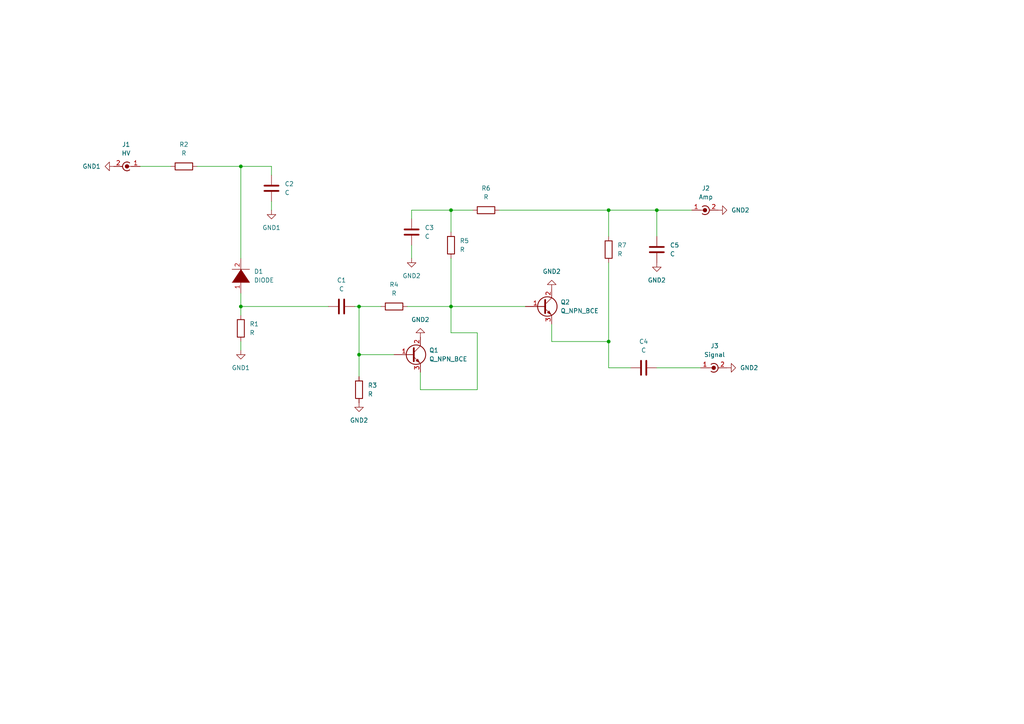
<source format=kicad_sch>
(kicad_sch (version 20211123) (generator eeschema)

  (uuid 82e9c300-28bf-49bf-a096-3afe809d66b4)

  (paper "A4")

  (lib_symbols
    (symbol "Connector:Conn_Coaxial_Power" (pin_names (offset 1.016) hide) (in_bom yes) (on_board yes)
      (property "Reference" "J" (id 0) (at -5.08 -1.27 90)
        (effects (font (size 1.27 1.27)))
      )
      (property "Value" "Conn_Coaxial_Power" (id 1) (at -3.175 -1.27 90)
        (effects (font (size 1.27 1.27)))
      )
      (property "Footprint" "" (id 2) (at 0 -1.27 0)
        (effects (font (size 1.27 1.27)) hide)
      )
      (property "Datasheet" "~" (id 3) (at 0 -1.27 0)
        (effects (font (size 1.27 1.27)) hide)
      )
      (property "ki_keywords" "BNC SMA SMB SMC LEMO coaxial connector CINCH RCA" (id 4) (at 0 0 0)
        (effects (font (size 1.27 1.27)) hide)
      )
      (property "ki_description" "coaxial connector (BNC, SMA, SMB, SMC, Cinch/RCA, LEMO, ...)" (id 5) (at 0 0 0)
        (effects (font (size 1.27 1.27)) hide)
      )
      (property "ki_fp_filters" "*BNC* *SMA* *SMB* *SMC* *Cinch* *LEMO*" (id 6) (at 0 0 0)
        (effects (font (size 1.27 1.27)) hide)
      )
      (symbol "Conn_Coaxial_Power_0_1"
        (arc (start -1.27 -1.27) (mid 0 -2.54) (end 1.27 -1.27)
          (stroke (width 0.254) (type default) (color 0 0 0 0))
          (fill (type none))
        )
        (arc (start -1.016 -0.508) (mid -1.2048 -0.8684) (end -1.27 -1.27)
          (stroke (width 0.254) (type default) (color 0 0 0 0))
          (fill (type none))
        )
        (circle (center 0 -1.27) (radius 0.508)
          (stroke (width 0.2032) (type default) (color 0 0 0 0))
          (fill (type outline))
        )
        (polyline
          (pts
            (xy 0 -2.54)
            (xy 0 -3.048)
          )
          (stroke (width 0) (type default) (color 0 0 0 0))
          (fill (type none))
        )
        (polyline
          (pts
            (xy 0 0)
            (xy 0 -1.27)
          )
          (stroke (width 0) (type default) (color 0 0 0 0))
          (fill (type none))
        )
        (arc (start 1.27 -1.27) (mid 1.2048 -0.8684) (end 1.016 -0.508)
          (stroke (width 0.254) (type default) (color 0 0 0 0))
          (fill (type none))
        )
      )
      (symbol "Conn_Coaxial_Power_1_1"
        (pin passive line (at 0 2.54 270) (length 2.54)
          (name "In" (effects (font (size 1.27 1.27))))
          (number "1" (effects (font (size 1.27 1.27))))
        )
        (pin passive line (at 0 -5.08 90) (length 2.54)
          (name "Ext" (effects (font (size 1.27 1.27))))
          (number "2" (effects (font (size 1.27 1.27))))
        )
      )
    )
    (symbol "Device:C" (pin_numbers hide) (pin_names (offset 0.254)) (in_bom yes) (on_board yes)
      (property "Reference" "C" (id 0) (at 0.635 2.54 0)
        (effects (font (size 1.27 1.27)) (justify left))
      )
      (property "Value" "C" (id 1) (at 0.635 -2.54 0)
        (effects (font (size 1.27 1.27)) (justify left))
      )
      (property "Footprint" "" (id 2) (at 0.9652 -3.81 0)
        (effects (font (size 1.27 1.27)) hide)
      )
      (property "Datasheet" "~" (id 3) (at 0 0 0)
        (effects (font (size 1.27 1.27)) hide)
      )
      (property "ki_keywords" "cap capacitor" (id 4) (at 0 0 0)
        (effects (font (size 1.27 1.27)) hide)
      )
      (property "ki_description" "Unpolarized capacitor" (id 5) (at 0 0 0)
        (effects (font (size 1.27 1.27)) hide)
      )
      (property "ki_fp_filters" "C_*" (id 6) (at 0 0 0)
        (effects (font (size 1.27 1.27)) hide)
      )
      (symbol "C_0_1"
        (polyline
          (pts
            (xy -2.032 -0.762)
            (xy 2.032 -0.762)
          )
          (stroke (width 0.508) (type default) (color 0 0 0 0))
          (fill (type none))
        )
        (polyline
          (pts
            (xy -2.032 0.762)
            (xy 2.032 0.762)
          )
          (stroke (width 0.508) (type default) (color 0 0 0 0))
          (fill (type none))
        )
      )
      (symbol "C_1_1"
        (pin passive line (at 0 3.81 270) (length 2.794)
          (name "~" (effects (font (size 1.27 1.27))))
          (number "1" (effects (font (size 1.27 1.27))))
        )
        (pin passive line (at 0 -3.81 90) (length 2.794)
          (name "~" (effects (font (size 1.27 1.27))))
          (number "2" (effects (font (size 1.27 1.27))))
        )
      )
    )
    (symbol "Device:Q_NPN_BCE" (pin_names (offset 0) hide) (in_bom yes) (on_board yes)
      (property "Reference" "Q" (id 0) (at 5.08 1.27 0)
        (effects (font (size 1.27 1.27)) (justify left))
      )
      (property "Value" "Q_NPN_BCE" (id 1) (at 5.08 -1.27 0)
        (effects (font (size 1.27 1.27)) (justify left))
      )
      (property "Footprint" "" (id 2) (at 5.08 2.54 0)
        (effects (font (size 1.27 1.27)) hide)
      )
      (property "Datasheet" "~" (id 3) (at 0 0 0)
        (effects (font (size 1.27 1.27)) hide)
      )
      (property "ki_keywords" "transistor NPN" (id 4) (at 0 0 0)
        (effects (font (size 1.27 1.27)) hide)
      )
      (property "ki_description" "NPN transistor, base/collector/emitter" (id 5) (at 0 0 0)
        (effects (font (size 1.27 1.27)) hide)
      )
      (symbol "Q_NPN_BCE_0_1"
        (polyline
          (pts
            (xy 0.635 0.635)
            (xy 2.54 2.54)
          )
          (stroke (width 0) (type default) (color 0 0 0 0))
          (fill (type none))
        )
        (polyline
          (pts
            (xy 0.635 -0.635)
            (xy 2.54 -2.54)
            (xy 2.54 -2.54)
          )
          (stroke (width 0) (type default) (color 0 0 0 0))
          (fill (type none))
        )
        (polyline
          (pts
            (xy 0.635 1.905)
            (xy 0.635 -1.905)
            (xy 0.635 -1.905)
          )
          (stroke (width 0.508) (type default) (color 0 0 0 0))
          (fill (type none))
        )
        (polyline
          (pts
            (xy 1.27 -1.778)
            (xy 1.778 -1.27)
            (xy 2.286 -2.286)
            (xy 1.27 -1.778)
            (xy 1.27 -1.778)
          )
          (stroke (width 0) (type default) (color 0 0 0 0))
          (fill (type outline))
        )
        (circle (center 1.27 0) (radius 2.8194)
          (stroke (width 0.254) (type default) (color 0 0 0 0))
          (fill (type none))
        )
      )
      (symbol "Q_NPN_BCE_1_1"
        (pin input line (at -5.08 0 0) (length 5.715)
          (name "B" (effects (font (size 1.27 1.27))))
          (number "1" (effects (font (size 1.27 1.27))))
        )
        (pin passive line (at 2.54 5.08 270) (length 2.54)
          (name "C" (effects (font (size 1.27 1.27))))
          (number "2" (effects (font (size 1.27 1.27))))
        )
        (pin passive line (at 2.54 -5.08 90) (length 2.54)
          (name "E" (effects (font (size 1.27 1.27))))
          (number "3" (effects (font (size 1.27 1.27))))
        )
      )
    )
    (symbol "Device:R" (pin_numbers hide) (pin_names (offset 0)) (in_bom yes) (on_board yes)
      (property "Reference" "R" (id 0) (at 2.032 0 90)
        (effects (font (size 1.27 1.27)))
      )
      (property "Value" "R" (id 1) (at 0 0 90)
        (effects (font (size 1.27 1.27)))
      )
      (property "Footprint" "" (id 2) (at -1.778 0 90)
        (effects (font (size 1.27 1.27)) hide)
      )
      (property "Datasheet" "~" (id 3) (at 0 0 0)
        (effects (font (size 1.27 1.27)) hide)
      )
      (property "ki_keywords" "R res resistor" (id 4) (at 0 0 0)
        (effects (font (size 1.27 1.27)) hide)
      )
      (property "ki_description" "Resistor" (id 5) (at 0 0 0)
        (effects (font (size 1.27 1.27)) hide)
      )
      (property "ki_fp_filters" "R_*" (id 6) (at 0 0 0)
        (effects (font (size 1.27 1.27)) hide)
      )
      (symbol "R_0_1"
        (rectangle (start -1.016 -2.54) (end 1.016 2.54)
          (stroke (width 0.254) (type default) (color 0 0 0 0))
          (fill (type none))
        )
      )
      (symbol "R_1_1"
        (pin passive line (at 0 3.81 270) (length 1.27)
          (name "~" (effects (font (size 1.27 1.27))))
          (number "1" (effects (font (size 1.27 1.27))))
        )
        (pin passive line (at 0 -3.81 90) (length 1.27)
          (name "~" (effects (font (size 1.27 1.27))))
          (number "2" (effects (font (size 1.27 1.27))))
        )
      )
    )
    (symbol "power:GND1" (power) (pin_names (offset 0)) (in_bom yes) (on_board yes)
      (property "Reference" "#PWR" (id 0) (at 0 -6.35 0)
        (effects (font (size 1.27 1.27)) hide)
      )
      (property "Value" "GND1" (id 1) (at 0 -3.81 0)
        (effects (font (size 1.27 1.27)))
      )
      (property "Footprint" "" (id 2) (at 0 0 0)
        (effects (font (size 1.27 1.27)) hide)
      )
      (property "Datasheet" "" (id 3) (at 0 0 0)
        (effects (font (size 1.27 1.27)) hide)
      )
      (property "ki_keywords" "power-flag" (id 4) (at 0 0 0)
        (effects (font (size 1.27 1.27)) hide)
      )
      (property "ki_description" "Power symbol creates a global label with name \"GND1\" , ground" (id 5) (at 0 0 0)
        (effects (font (size 1.27 1.27)) hide)
      )
      (symbol "GND1_0_1"
        (polyline
          (pts
            (xy 0 0)
            (xy 0 -1.27)
            (xy 1.27 -1.27)
            (xy 0 -2.54)
            (xy -1.27 -1.27)
            (xy 0 -1.27)
          )
          (stroke (width 0) (type default) (color 0 0 0 0))
          (fill (type none))
        )
      )
      (symbol "GND1_1_1"
        (pin power_in line (at 0 0 270) (length 0) hide
          (name "GND1" (effects (font (size 1.27 1.27))))
          (number "1" (effects (font (size 1.27 1.27))))
        )
      )
    )
    (symbol "power:GND2" (power) (pin_names (offset 0)) (in_bom yes) (on_board yes)
      (property "Reference" "#PWR" (id 0) (at 0 -6.35 0)
        (effects (font (size 1.27 1.27)) hide)
      )
      (property "Value" "GND2" (id 1) (at 0 -3.81 0)
        (effects (font (size 1.27 1.27)))
      )
      (property "Footprint" "" (id 2) (at 0 0 0)
        (effects (font (size 1.27 1.27)) hide)
      )
      (property "Datasheet" "" (id 3) (at 0 0 0)
        (effects (font (size 1.27 1.27)) hide)
      )
      (property "ki_keywords" "power-flag" (id 4) (at 0 0 0)
        (effects (font (size 1.27 1.27)) hide)
      )
      (property "ki_description" "Power symbol creates a global label with name \"GND2\" , ground" (id 5) (at 0 0 0)
        (effects (font (size 1.27 1.27)) hide)
      )
      (symbol "GND2_0_1"
        (polyline
          (pts
            (xy 0 0)
            (xy 0 -1.27)
            (xy 1.27 -1.27)
            (xy 0 -2.54)
            (xy -1.27 -1.27)
            (xy 0 -1.27)
          )
          (stroke (width 0) (type default) (color 0 0 0 0))
          (fill (type none))
        )
      )
      (symbol "GND2_1_1"
        (pin power_in line (at 0 0 270) (length 0) hide
          (name "GND2" (effects (font (size 1.27 1.27))))
          (number "1" (effects (font (size 1.27 1.27))))
        )
      )
    )
    (symbol "pspice:DIODE" (pin_names (offset 1.016) hide) (in_bom yes) (on_board yes)
      (property "Reference" "D" (id 0) (at 0 3.81 0)
        (effects (font (size 1.27 1.27)))
      )
      (property "Value" "DIODE" (id 1) (at 0 -4.445 0)
        (effects (font (size 1.27 1.27)))
      )
      (property "Footprint" "" (id 2) (at 0 0 0)
        (effects (font (size 1.27 1.27)) hide)
      )
      (property "Datasheet" "~" (id 3) (at 0 0 0)
        (effects (font (size 1.27 1.27)) hide)
      )
      (property "ki_keywords" "simulation" (id 4) (at 0 0 0)
        (effects (font (size 1.27 1.27)) hide)
      )
      (property "ki_description" "Diode symbol for simulation only. Pin order incompatible with official kicad footprints" (id 5) (at 0 0 0)
        (effects (font (size 1.27 1.27)) hide)
      )
      (symbol "DIODE_0_1"
        (polyline
          (pts
            (xy 1.905 2.54)
            (xy 1.905 -2.54)
          )
          (stroke (width 0) (type default) (color 0 0 0 0))
          (fill (type none))
        )
        (polyline
          (pts
            (xy -1.905 2.54)
            (xy -1.905 -2.54)
            (xy 1.905 0)
          )
          (stroke (width 0) (type default) (color 0 0 0 0))
          (fill (type outline))
        )
      )
      (symbol "DIODE_1_1"
        (pin input line (at -5.08 0 0) (length 3.81)
          (name "K" (effects (font (size 1.27 1.27))))
          (number "1" (effects (font (size 1.27 1.27))))
        )
        (pin input line (at 5.08 0 180) (length 3.81)
          (name "A" (effects (font (size 1.27 1.27))))
          (number "2" (effects (font (size 1.27 1.27))))
        )
      )
    )
  )

  (junction (at 69.85 48.26) (diameter 0) (color 0 0 0 0)
    (uuid 29c2c410-cccd-48b8-836f-f14b0a6b68ad)
  )
  (junction (at 104.14 88.9) (diameter 0) (color 0 0 0 0)
    (uuid 580a0e4d-09c4-42a6-860b-5c2ff3654f36)
  )
  (junction (at 130.81 88.9) (diameter 0) (color 0 0 0 0)
    (uuid a579e1b6-fa7d-4516-a24a-e00beb8ae996)
  )
  (junction (at 130.81 60.96) (diameter 0) (color 0 0 0 0)
    (uuid aa7b5629-6ada-4a6e-870c-ac4d0a91056a)
  )
  (junction (at 104.14 102.87) (diameter 0) (color 0 0 0 0)
    (uuid b9c94070-768d-43d9-9139-9d4fd5399361)
  )
  (junction (at 190.5 60.96) (diameter 0) (color 0 0 0 0)
    (uuid c03218d3-97e8-453f-902b-c7b5c84791cd)
  )
  (junction (at 176.53 99.06) (diameter 0) (color 0 0 0 0)
    (uuid c6e1d86d-f5f8-4422-ba49-c1be8305ac62)
  )
  (junction (at 69.85 88.9) (diameter 0) (color 0 0 0 0)
    (uuid fc94ccc1-3c49-4032-a5f7-8f1b20c174fc)
  )
  (junction (at 176.53 60.96) (diameter 0) (color 0 0 0 0)
    (uuid fce57d5c-5c7e-408b-be39-8b8a3f41365b)
  )

  (wire (pts (xy 190.5 60.96) (xy 190.5 68.58))
    (stroke (width 0) (type default) (color 0 0 0 0))
    (uuid 00009d7e-e64c-4280-8553-703b5a30cc89)
  )
  (wire (pts (xy 69.85 48.26) (xy 78.74 48.26))
    (stroke (width 0) (type default) (color 0 0 0 0))
    (uuid 037bc97f-23b6-4f95-bed8-fc2662925dfc)
  )
  (wire (pts (xy 104.14 102.87) (xy 104.14 109.22))
    (stroke (width 0) (type default) (color 0 0 0 0))
    (uuid 1101091d-8704-460b-803c-450178b575ba)
  )
  (wire (pts (xy 160.02 99.06) (xy 176.53 99.06))
    (stroke (width 0) (type default) (color 0 0 0 0))
    (uuid 177a6fa7-7087-4ff5-b615-3d6b635ce6de)
  )
  (wire (pts (xy 138.43 96.52) (xy 130.81 96.52))
    (stroke (width 0) (type default) (color 0 0 0 0))
    (uuid 1c0fbe53-2b93-4569-b6da-69378737ed6e)
  )
  (wire (pts (xy 119.38 71.12) (xy 119.38 74.93))
    (stroke (width 0) (type default) (color 0 0 0 0))
    (uuid 1ee020e7-efe5-4191-a48e-4c6562e0b6ea)
  )
  (wire (pts (xy 78.74 50.8) (xy 78.74 48.26))
    (stroke (width 0) (type default) (color 0 0 0 0))
    (uuid 1f57221c-d107-45cb-a5ee-800698cb881d)
  )
  (wire (pts (xy 138.43 113.03) (xy 138.43 96.52))
    (stroke (width 0) (type default) (color 0 0 0 0))
    (uuid 21d58f75-b356-40d9-b6be-aecf1bfbf587)
  )
  (wire (pts (xy 130.81 88.9) (xy 152.4 88.9))
    (stroke (width 0) (type default) (color 0 0 0 0))
    (uuid 23b73491-0c2e-4bc4-bb1d-65641f8a4e70)
  )
  (wire (pts (xy 130.81 96.52) (xy 130.81 88.9))
    (stroke (width 0) (type default) (color 0 0 0 0))
    (uuid 25e0a9a4-a316-459c-a7fb-de02a4213b58)
  )
  (wire (pts (xy 130.81 60.96) (xy 137.16 60.96))
    (stroke (width 0) (type default) (color 0 0 0 0))
    (uuid 25e6173e-9bf0-4775-93db-87adf67b1715)
  )
  (wire (pts (xy 130.81 60.96) (xy 130.81 67.31))
    (stroke (width 0) (type default) (color 0 0 0 0))
    (uuid 26ab127f-14af-4c22-a085-d8d9692ca20f)
  )
  (wire (pts (xy 69.85 48.26) (xy 57.15 48.26))
    (stroke (width 0) (type default) (color 0 0 0 0))
    (uuid 380876c1-4a09-4f4f-aea8-ed606323639b)
  )
  (wire (pts (xy 160.02 93.98) (xy 160.02 99.06))
    (stroke (width 0) (type default) (color 0 0 0 0))
    (uuid 3c742af4-e742-4645-9118-f9f68b917512)
  )
  (wire (pts (xy 78.74 58.42) (xy 78.74 60.96))
    (stroke (width 0) (type default) (color 0 0 0 0))
    (uuid 42a0784a-1a60-42b9-b956-dbfee6197a70)
  )
  (wire (pts (xy 130.81 88.9) (xy 130.81 74.93))
    (stroke (width 0) (type default) (color 0 0 0 0))
    (uuid 56a2b09c-1b8e-4252-8671-33ec1d4650cc)
  )
  (wire (pts (xy 104.14 102.87) (xy 114.3 102.87))
    (stroke (width 0) (type default) (color 0 0 0 0))
    (uuid 5b6aa2ed-52b8-4f15-8e14-b6bd9e5af86e)
  )
  (wire (pts (xy 102.87 88.9) (xy 104.14 88.9))
    (stroke (width 0) (type default) (color 0 0 0 0))
    (uuid 65cab0ff-bd34-4c3f-bdc1-9c98edeb724d)
  )
  (wire (pts (xy 69.85 85.09) (xy 69.85 88.9))
    (stroke (width 0) (type default) (color 0 0 0 0))
    (uuid 6785f796-4994-4966-ae25-7ce6aaefdac0)
  )
  (wire (pts (xy 176.53 99.06) (xy 176.53 106.68))
    (stroke (width 0) (type default) (color 0 0 0 0))
    (uuid 700f04e7-9ed1-4b33-a975-b2650682d609)
  )
  (wire (pts (xy 69.85 99.06) (xy 69.85 101.6))
    (stroke (width 0) (type default) (color 0 0 0 0))
    (uuid 746f7576-19f1-437e-b4ab-23389eea0678)
  )
  (wire (pts (xy 40.64 48.26) (xy 49.53 48.26))
    (stroke (width 0) (type default) (color 0 0 0 0))
    (uuid 7d593ab8-e0e8-448b-a39e-9ac90541ca25)
  )
  (wire (pts (xy 190.5 106.68) (xy 203.2 106.68))
    (stroke (width 0) (type default) (color 0 0 0 0))
    (uuid 7feb460b-26db-4c0c-a0ba-f4f1943aa938)
  )
  (wire (pts (xy 176.53 60.96) (xy 190.5 60.96))
    (stroke (width 0) (type default) (color 0 0 0 0))
    (uuid 80e0ebe5-a91a-4b5c-8093-dd6524f31539)
  )
  (wire (pts (xy 69.85 88.9) (xy 69.85 91.44))
    (stroke (width 0) (type default) (color 0 0 0 0))
    (uuid 84560596-1344-4877-b0de-4c0520595cad)
  )
  (wire (pts (xy 69.85 88.9) (xy 95.25 88.9))
    (stroke (width 0) (type default) (color 0 0 0 0))
    (uuid 88005647-a86a-474d-8f00-202bc0871067)
  )
  (wire (pts (xy 121.92 113.03) (xy 138.43 113.03))
    (stroke (width 0) (type default) (color 0 0 0 0))
    (uuid 8b43f326-f75d-4f3b-8756-7c2969aef05c)
  )
  (wire (pts (xy 176.53 99.06) (xy 176.53 76.2))
    (stroke (width 0) (type default) (color 0 0 0 0))
    (uuid 8ceffb9e-b09d-4120-b496-84a2f7e9f75e)
  )
  (wire (pts (xy 121.92 107.95) (xy 121.92 113.03))
    (stroke (width 0) (type default) (color 0 0 0 0))
    (uuid 9089ee19-c51a-4b5e-bd18-2eeea98a27b1)
  )
  (wire (pts (xy 176.53 68.58) (xy 176.53 60.96))
    (stroke (width 0) (type default) (color 0 0 0 0))
    (uuid 99067be3-018b-4256-b2ba-8ac3e5fa0175)
  )
  (wire (pts (xy 119.38 60.96) (xy 130.81 60.96))
    (stroke (width 0) (type default) (color 0 0 0 0))
    (uuid a6b665be-5c9b-43e4-8dad-aaf5ea2995ca)
  )
  (wire (pts (xy 104.14 88.9) (xy 110.49 88.9))
    (stroke (width 0) (type default) (color 0 0 0 0))
    (uuid b389fd19-9ade-4d62-9a6d-dbeec912c8b4)
  )
  (wire (pts (xy 118.11 88.9) (xy 130.81 88.9))
    (stroke (width 0) (type default) (color 0 0 0 0))
    (uuid c5f2dc5b-dd71-4946-85f2-5e7a44bdd963)
  )
  (wire (pts (xy 190.5 60.96) (xy 200.66 60.96))
    (stroke (width 0) (type default) (color 0 0 0 0))
    (uuid ca7a90b3-ffa1-43fb-a216-7574abbdbf7f)
  )
  (wire (pts (xy 176.53 106.68) (xy 182.88 106.68))
    (stroke (width 0) (type default) (color 0 0 0 0))
    (uuid cbb7ec1e-833c-4c23-bf39-7b2f5d130d4f)
  )
  (wire (pts (xy 69.85 48.26) (xy 69.85 74.93))
    (stroke (width 0) (type default) (color 0 0 0 0))
    (uuid d936ca0a-7e23-4932-8367-2170b38ef02a)
  )
  (wire (pts (xy 119.38 63.5) (xy 119.38 60.96))
    (stroke (width 0) (type default) (color 0 0 0 0))
    (uuid e92e1228-cfed-4526-bf43-eaa8e0cf6785)
  )
  (wire (pts (xy 176.53 60.96) (xy 144.78 60.96))
    (stroke (width 0) (type default) (color 0 0 0 0))
    (uuid ec31bd9e-dcc3-4891-9306-e46d4496201f)
  )
  (wire (pts (xy 104.14 88.9) (xy 104.14 102.87))
    (stroke (width 0) (type default) (color 0 0 0 0))
    (uuid f46dd61e-b501-45f1-89e6-f3a94649b6db)
  )

  (symbol (lib_id "Device:C") (at 186.69 106.68 90) (unit 1)
    (in_bom yes) (on_board yes) (fields_autoplaced)
    (uuid 0595595c-46e2-46a3-928e-c76844b08949)
    (property "Reference" "C4" (id 0) (at 186.69 99.06 90))
    (property "Value" "C" (id 1) (at 186.69 101.6 90))
    (property "Footprint" "Capacitor_SMD:C_0402_1005Metric" (id 2) (at 190.5 105.7148 0)
      (effects (font (size 1.27 1.27)) hide)
    )
    (property "Datasheet" "~" (id 3) (at 186.69 106.68 0)
      (effects (font (size 1.27 1.27)) hide)
    )
    (pin "1" (uuid 4b0340d9-89b9-470d-a471-40b79c3226ae))
    (pin "2" (uuid 1de3278d-7418-4fcc-a045-bcf26b72ef18))
  )

  (symbol (lib_id "Connector:Conn_Coaxial_Power") (at 203.2 60.96 90) (unit 1)
    (in_bom yes) (on_board yes) (fields_autoplaced)
    (uuid 0978f5b4-2886-4750-890f-562e90c16085)
    (property "Reference" "J2" (id 0) (at 204.724 54.61 90))
    (property "Value" "Amp" (id 1) (at 204.724 57.15 90))
    (property "Footprint" "Connector_Coaxial:U.FL_Hirose_U.FL-R-SMT-1_Vertical" (id 2) (at 204.47 60.96 0)
      (effects (font (size 1.27 1.27)) hide)
    )
    (property "Datasheet" "~" (id 3) (at 204.47 60.96 0)
      (effects (font (size 1.27 1.27)) hide)
    )
    (pin "1" (uuid 269f421e-f45c-4b3c-b420-a9123804cbb8))
    (pin "2" (uuid aefd9ce0-ed98-40c2-88d2-19ca85f606ab))
  )

  (symbol (lib_id "Device:R") (at 130.81 71.12 0) (unit 1)
    (in_bom yes) (on_board yes) (fields_autoplaced)
    (uuid 132950da-b305-4019-ac44-ca6f8911106a)
    (property "Reference" "R5" (id 0) (at 133.35 69.8499 0)
      (effects (font (size 1.27 1.27)) (justify left))
    )
    (property "Value" "R" (id 1) (at 133.35 72.3899 0)
      (effects (font (size 1.27 1.27)) (justify left))
    )
    (property "Footprint" "Resistor_SMD:R_0402_1005Metric" (id 2) (at 129.032 71.12 90)
      (effects (font (size 1.27 1.27)) hide)
    )
    (property "Datasheet" "~" (id 3) (at 130.81 71.12 0)
      (effects (font (size 1.27 1.27)) hide)
    )
    (pin "1" (uuid c2f22981-d6bf-4561-99eb-f1ae88f0c038))
    (pin "2" (uuid 8e18b46b-f667-4f86-b243-b030340706fc))
  )

  (symbol (lib_id "Device:C") (at 99.06 88.9 90) (unit 1)
    (in_bom yes) (on_board yes) (fields_autoplaced)
    (uuid 1c6a0c6e-089a-4bd1-8375-8c7069639348)
    (property "Reference" "C1" (id 0) (at 99.06 81.28 90))
    (property "Value" "C" (id 1) (at 99.06 83.82 90))
    (property "Footprint" "Capacitor_SMD:C_0402_1005Metric" (id 2) (at 102.87 87.9348 0)
      (effects (font (size 1.27 1.27)) hide)
    )
    (property "Datasheet" "~" (id 3) (at 99.06 88.9 0)
      (effects (font (size 1.27 1.27)) hide)
    )
    (pin "1" (uuid 7b307e82-3731-4207-adb1-33ca72385716))
    (pin "2" (uuid a077b926-efcc-4575-9701-214c3b7b5d65))
  )

  (symbol (lib_id "power:GND2") (at 208.28 60.96 90) (unit 1)
    (in_bom yes) (on_board yes) (fields_autoplaced)
    (uuid 202982cd-15fe-40d9-ab47-eefd0356553b)
    (property "Reference" "#PWR09" (id 0) (at 214.63 60.96 0)
      (effects (font (size 1.27 1.27)) hide)
    )
    (property "Value" "GND2" (id 1) (at 212.09 60.9599 90)
      (effects (font (size 1.27 1.27)) (justify right))
    )
    (property "Footprint" "" (id 2) (at 208.28 60.96 0)
      (effects (font (size 1.27 1.27)) hide)
    )
    (property "Datasheet" "" (id 3) (at 208.28 60.96 0)
      (effects (font (size 1.27 1.27)) hide)
    )
    (pin "1" (uuid bd3b5e2a-be2e-476b-9e50-12a340e7d8d6))
  )

  (symbol (lib_id "Device:C") (at 78.74 54.61 0) (unit 1)
    (in_bom yes) (on_board yes) (fields_autoplaced)
    (uuid 33f25a0f-e743-4b18-a986-5cb4695d0a03)
    (property "Reference" "C2" (id 0) (at 82.55 53.3399 0)
      (effects (font (size 1.27 1.27)) (justify left))
    )
    (property "Value" "C" (id 1) (at 82.55 55.8799 0)
      (effects (font (size 1.27 1.27)) (justify left))
    )
    (property "Footprint" "Capacitor_SMD:C_0402_1005Metric" (id 2) (at 79.7052 58.42 0)
      (effects (font (size 1.27 1.27)) hide)
    )
    (property "Datasheet" "~" (id 3) (at 78.74 54.61 0)
      (effects (font (size 1.27 1.27)) hide)
    )
    (pin "1" (uuid a073c1bc-199a-4874-96b3-0761984e6c67))
    (pin "2" (uuid 2169c659-9512-4910-9381-3416921b9964))
  )

  (symbol (lib_id "power:GND2") (at 190.5 76.2 0) (unit 1)
    (in_bom yes) (on_board yes) (fields_autoplaced)
    (uuid 3bb80eb6-1aa8-4278-ae5a-36066df935fc)
    (property "Reference" "#PWR08" (id 0) (at 190.5 82.55 0)
      (effects (font (size 1.27 1.27)) hide)
    )
    (property "Value" "GND2" (id 1) (at 190.5 81.28 0))
    (property "Footprint" "" (id 2) (at 190.5 76.2 0)
      (effects (font (size 1.27 1.27)) hide)
    )
    (property "Datasheet" "" (id 3) (at 190.5 76.2 0)
      (effects (font (size 1.27 1.27)) hide)
    )
    (pin "1" (uuid c10641f0-68aa-4437-be4f-0dd0bbbb059a))
  )

  (symbol (lib_id "Device:R") (at 53.34 48.26 90) (unit 1)
    (in_bom yes) (on_board yes) (fields_autoplaced)
    (uuid 426ad0d9-b35f-45ee-99c5-0679b3bc8c99)
    (property "Reference" "R2" (id 0) (at 53.34 41.91 90))
    (property "Value" "R" (id 1) (at 53.34 44.45 90))
    (property "Footprint" "Resistor_SMD:R_0402_1005Metric" (id 2) (at 53.34 50.038 90)
      (effects (font (size 1.27 1.27)) hide)
    )
    (property "Datasheet" "~" (id 3) (at 53.34 48.26 0)
      (effects (font (size 1.27 1.27)) hide)
    )
    (pin "1" (uuid af420ef1-b5d9-452e-9599-a8ef82d2bb65))
    (pin "2" (uuid 41e326ba-75ac-4f57-ac78-e14d453661df))
  )

  (symbol (lib_id "Device:R") (at 104.14 113.03 0) (unit 1)
    (in_bom yes) (on_board yes) (fields_autoplaced)
    (uuid 46574720-46ad-4d59-8f6a-401c8ba39010)
    (property "Reference" "R3" (id 0) (at 106.68 111.7599 0)
      (effects (font (size 1.27 1.27)) (justify left))
    )
    (property "Value" "R" (id 1) (at 106.68 114.2999 0)
      (effects (font (size 1.27 1.27)) (justify left))
    )
    (property "Footprint" "Resistor_SMD:R_0402_1005Metric" (id 2) (at 102.362 113.03 90)
      (effects (font (size 1.27 1.27)) hide)
    )
    (property "Datasheet" "~" (id 3) (at 104.14 113.03 0)
      (effects (font (size 1.27 1.27)) hide)
    )
    (pin "1" (uuid 4011426a-22a6-467c-8276-2bd15412a981))
    (pin "2" (uuid b097a692-e419-4e5e-b03a-c60e3d5663af))
  )

  (symbol (lib_id "power:GND1") (at 69.85 101.6 0) (unit 1)
    (in_bom yes) (on_board yes) (fields_autoplaced)
    (uuid 4d64bc8f-43e9-428d-a01d-ccfa64db3f6b)
    (property "Reference" "#PWR02" (id 0) (at 69.85 107.95 0)
      (effects (font (size 1.27 1.27)) hide)
    )
    (property "Value" "GND1" (id 1) (at 69.85 106.68 0))
    (property "Footprint" "" (id 2) (at 69.85 101.6 0)
      (effects (font (size 1.27 1.27)) hide)
    )
    (property "Datasheet" "" (id 3) (at 69.85 101.6 0)
      (effects (font (size 1.27 1.27)) hide)
    )
    (pin "1" (uuid 14ae266a-783f-4590-9ad8-31db0f5b0ea5))
  )

  (symbol (lib_id "power:GND2") (at 121.92 97.79 180) (unit 1)
    (in_bom yes) (on_board yes) (fields_autoplaced)
    (uuid 582fa1c2-91f5-4308-90a2-3102635d18b6)
    (property "Reference" "#PWR06" (id 0) (at 121.92 91.44 0)
      (effects (font (size 1.27 1.27)) hide)
    )
    (property "Value" "GND2" (id 1) (at 121.92 92.71 0))
    (property "Footprint" "" (id 2) (at 121.92 97.79 0)
      (effects (font (size 1.27 1.27)) hide)
    )
    (property "Datasheet" "" (id 3) (at 121.92 97.79 0)
      (effects (font (size 1.27 1.27)) hide)
    )
    (pin "1" (uuid 21d53d9c-6fce-4340-bd22-86a2fff2d917))
  )

  (symbol (lib_id "power:GND2") (at 104.14 116.84 0) (unit 1)
    (in_bom yes) (on_board yes) (fields_autoplaced)
    (uuid 5fd38a47-8a57-4387-9bcc-49ec5c2c7668)
    (property "Reference" "#PWR04" (id 0) (at 104.14 123.19 0)
      (effects (font (size 1.27 1.27)) hide)
    )
    (property "Value" "GND2" (id 1) (at 104.14 121.92 0))
    (property "Footprint" "" (id 2) (at 104.14 116.84 0)
      (effects (font (size 1.27 1.27)) hide)
    )
    (property "Datasheet" "" (id 3) (at 104.14 116.84 0)
      (effects (font (size 1.27 1.27)) hide)
    )
    (pin "1" (uuid 6b3bcced-77aa-4d48-823f-b88cef0c1ae2))
  )

  (symbol (lib_id "pspice:DIODE") (at 69.85 80.01 90) (unit 1)
    (in_bom yes) (on_board yes) (fields_autoplaced)
    (uuid 612b652f-9647-4708-8748-c3ca929e9b1e)
    (property "Reference" "D1" (id 0) (at 73.66 78.7399 90)
      (effects (font (size 1.27 1.27)) (justify right))
    )
    (property "Value" "DIODE" (id 1) (at 73.66 81.2799 90)
      (effects (font (size 1.27 1.27)) (justify right))
    )
    (property "Footprint" "Capacitor_THT:CP_Radial_D4.0mm_P1.50mm" (id 2) (at 69.85 80.01 0)
      (effects (font (size 1.27 1.27)) hide)
    )
    (property "Datasheet" "~" (id 3) (at 69.85 80.01 0)
      (effects (font (size 1.27 1.27)) hide)
    )
    (pin "1" (uuid 9e6fc064-34e8-4a4a-b9d7-f75ad9b7de50))
    (pin "2" (uuid c947ef92-6a18-4580-9030-a792e840da8c))
  )

  (symbol (lib_id "Device:C") (at 190.5 72.39 0) (unit 1)
    (in_bom yes) (on_board yes) (fields_autoplaced)
    (uuid 61ea06fa-5bfa-4e39-b59a-d9b694ec58a9)
    (property "Reference" "C5" (id 0) (at 194.31 71.1199 0)
      (effects (font (size 1.27 1.27)) (justify left))
    )
    (property "Value" "C" (id 1) (at 194.31 73.6599 0)
      (effects (font (size 1.27 1.27)) (justify left))
    )
    (property "Footprint" "Capacitor_SMD:C_0402_1005Metric" (id 2) (at 191.4652 76.2 0)
      (effects (font (size 1.27 1.27)) hide)
    )
    (property "Datasheet" "~" (id 3) (at 190.5 72.39 0)
      (effects (font (size 1.27 1.27)) hide)
    )
    (pin "1" (uuid f7cddea6-9a5e-419f-9e0c-f9230171856a))
    (pin "2" (uuid fd85da43-e149-4c7b-ad94-8e7206a2832e))
  )

  (symbol (lib_id "power:GND2") (at 119.38 74.93 0) (unit 1)
    (in_bom yes) (on_board yes) (fields_autoplaced)
    (uuid 6998bca0-6dae-455a-b872-230c3d1bedd0)
    (property "Reference" "#PWR05" (id 0) (at 119.38 81.28 0)
      (effects (font (size 1.27 1.27)) hide)
    )
    (property "Value" "GND2" (id 1) (at 119.38 80.01 0))
    (property "Footprint" "" (id 2) (at 119.38 74.93 0)
      (effects (font (size 1.27 1.27)) hide)
    )
    (property "Datasheet" "" (id 3) (at 119.38 74.93 0)
      (effects (font (size 1.27 1.27)) hide)
    )
    (pin "1" (uuid 1921a0c6-8744-419b-bf45-a451ad03b990))
  )

  (symbol (lib_id "power:GND2") (at 210.82 106.68 90) (unit 1)
    (in_bom yes) (on_board yes) (fields_autoplaced)
    (uuid 73e98cc5-f35b-4ec8-b043-5c19bdb5314b)
    (property "Reference" "#PWR010" (id 0) (at 217.17 106.68 0)
      (effects (font (size 1.27 1.27)) hide)
    )
    (property "Value" "GND2" (id 1) (at 214.63 106.6799 90)
      (effects (font (size 1.27 1.27)) (justify right))
    )
    (property "Footprint" "" (id 2) (at 210.82 106.68 0)
      (effects (font (size 1.27 1.27)) hide)
    )
    (property "Datasheet" "" (id 3) (at 210.82 106.68 0)
      (effects (font (size 1.27 1.27)) hide)
    )
    (pin "1" (uuid 71972b98-5ce1-4a1b-8aab-c84db6bbb157))
  )

  (symbol (lib_id "Device:Q_NPN_BCE") (at 157.48 88.9 0) (unit 1)
    (in_bom yes) (on_board yes) (fields_autoplaced)
    (uuid 78529bec-5c8a-4da8-8e5c-f44c091106f1)
    (property "Reference" "Q2" (id 0) (at 162.56 87.6299 0)
      (effects (font (size 1.27 1.27)) (justify left))
    )
    (property "Value" "Q_NPN_BCE" (id 1) (at 162.56 90.1699 0)
      (effects (font (size 1.27 1.27)) (justify left))
    )
    (property "Footprint" "Package_TO_SOT_SMD:SOT-23" (id 2) (at 162.56 86.36 0)
      (effects (font (size 1.27 1.27)) hide)
    )
    (property "Datasheet" "~" (id 3) (at 157.48 88.9 0)
      (effects (font (size 1.27 1.27)) hide)
    )
    (pin "1" (uuid 83e20f97-b156-4967-a7c3-10733c1cd2cd))
    (pin "2" (uuid 1f090008-51d9-43a7-a4d3-557cf2e18584))
    (pin "3" (uuid 5d16a196-faca-424a-974d-4c7e32de26ce))
  )

  (symbol (lib_id "Device:C") (at 119.38 67.31 0) (unit 1)
    (in_bom yes) (on_board yes) (fields_autoplaced)
    (uuid 78ca1332-bcba-4045-b535-dda530ae807b)
    (property "Reference" "C3" (id 0) (at 123.19 66.0399 0)
      (effects (font (size 1.27 1.27)) (justify left))
    )
    (property "Value" "C" (id 1) (at 123.19 68.5799 0)
      (effects (font (size 1.27 1.27)) (justify left))
    )
    (property "Footprint" "Capacitor_SMD:C_0402_1005Metric" (id 2) (at 120.3452 71.12 0)
      (effects (font (size 1.27 1.27)) hide)
    )
    (property "Datasheet" "~" (id 3) (at 119.38 67.31 0)
      (effects (font (size 1.27 1.27)) hide)
    )
    (pin "1" (uuid 68fe99c9-5945-4f21-b298-785dc7a88bfb))
    (pin "2" (uuid b20b74be-75fb-47a1-b590-d9fd3cc22654))
  )

  (symbol (lib_id "Connector:Conn_Coaxial_Power") (at 38.1 48.26 270) (unit 1)
    (in_bom yes) (on_board yes) (fields_autoplaced)
    (uuid 8effc231-d63f-4bd2-aec5-7ac0ec0c57fb)
    (property "Reference" "J1" (id 0) (at 36.576 41.91 90))
    (property "Value" "HV" (id 1) (at 36.576 44.45 90))
    (property "Footprint" "Connector_Coaxial:U.FL_Hirose_U.FL-R-SMT-1_Vertical" (id 2) (at 36.83 48.26 0)
      (effects (font (size 1.27 1.27)) hide)
    )
    (property "Datasheet" "~" (id 3) (at 36.83 48.26 0)
      (effects (font (size 1.27 1.27)) hide)
    )
    (pin "1" (uuid 614ddd4b-99c9-4bed-ae77-5916f5fdaf6d))
    (pin "2" (uuid 9e74caf1-4478-416d-9095-82baba587c23))
  )

  (symbol (lib_id "power:GND1") (at 33.02 48.26 270) (unit 1)
    (in_bom yes) (on_board yes) (fields_autoplaced)
    (uuid 95fe9ca1-b440-4a85-ac5b-19a71f9f8e47)
    (property "Reference" "#PWR01" (id 0) (at 26.67 48.26 0)
      (effects (font (size 1.27 1.27)) hide)
    )
    (property "Value" "GND1" (id 1) (at 29.21 48.2599 90)
      (effects (font (size 1.27 1.27)) (justify right))
    )
    (property "Footprint" "" (id 2) (at 33.02 48.26 0)
      (effects (font (size 1.27 1.27)) hide)
    )
    (property "Datasheet" "" (id 3) (at 33.02 48.26 0)
      (effects (font (size 1.27 1.27)) hide)
    )
    (pin "1" (uuid aee4e28a-028b-44d1-b6fe-c9d1a6abfe41))
  )

  (symbol (lib_id "power:GND1") (at 78.74 60.96 0) (unit 1)
    (in_bom yes) (on_board yes) (fields_autoplaced)
    (uuid 97413b86-6fd0-4f6d-a485-2fd80390d570)
    (property "Reference" "#PWR03" (id 0) (at 78.74 67.31 0)
      (effects (font (size 1.27 1.27)) hide)
    )
    (property "Value" "GND1" (id 1) (at 78.74 66.04 0))
    (property "Footprint" "" (id 2) (at 78.74 60.96 0)
      (effects (font (size 1.27 1.27)) hide)
    )
    (property "Datasheet" "" (id 3) (at 78.74 60.96 0)
      (effects (font (size 1.27 1.27)) hide)
    )
    (pin "1" (uuid 8c6773a5-8bde-475c-9a17-13c0b5051541))
  )

  (symbol (lib_id "Device:Q_NPN_BCE") (at 119.38 102.87 0) (unit 1)
    (in_bom yes) (on_board yes) (fields_autoplaced)
    (uuid 9a05dd1a-b0db-4c36-b5e6-f8eae82f9a2b)
    (property "Reference" "Q1" (id 0) (at 124.46 101.5999 0)
      (effects (font (size 1.27 1.27)) (justify left))
    )
    (property "Value" "Q_NPN_BCE" (id 1) (at 124.46 104.1399 0)
      (effects (font (size 1.27 1.27)) (justify left))
    )
    (property "Footprint" "Package_TO_SOT_SMD:SOT-23" (id 2) (at 124.46 100.33 0)
      (effects (font (size 1.27 1.27)) hide)
    )
    (property "Datasheet" "~" (id 3) (at 119.38 102.87 0)
      (effects (font (size 1.27 1.27)) hide)
    )
    (pin "1" (uuid 2cdd5981-cb5e-44b3-9249-bf87ab8e655d))
    (pin "2" (uuid c2b71a2a-1c4b-481a-a9d7-0736e986a265))
    (pin "3" (uuid 3dd1aff9-5cd7-4cf3-ae65-e592063d4ce6))
  )

  (symbol (lib_id "Device:R") (at 140.97 60.96 90) (unit 1)
    (in_bom yes) (on_board yes) (fields_autoplaced)
    (uuid a1d53c63-4798-4e0e-8a0d-b9b56b73f6a0)
    (property "Reference" "R6" (id 0) (at 140.97 54.61 90))
    (property "Value" "R" (id 1) (at 140.97 57.15 90))
    (property "Footprint" "Resistor_SMD:R_0402_1005Metric" (id 2) (at 140.97 62.738 90)
      (effects (font (size 1.27 1.27)) hide)
    )
    (property "Datasheet" "~" (id 3) (at 140.97 60.96 0)
      (effects (font (size 1.27 1.27)) hide)
    )
    (pin "1" (uuid 5b62152f-e4f0-4441-a76e-1ee16ca91610))
    (pin "2" (uuid 4f56a141-81eb-4464-aa6f-9b7ca3ef01a2))
  )

  (symbol (lib_id "Device:R") (at 69.85 95.25 0) (unit 1)
    (in_bom yes) (on_board yes) (fields_autoplaced)
    (uuid c8aca2b7-716f-4cee-a5e3-9f9ab680f134)
    (property "Reference" "R1" (id 0) (at 72.39 93.9799 0)
      (effects (font (size 1.27 1.27)) (justify left))
    )
    (property "Value" "R" (id 1) (at 72.39 96.5199 0)
      (effects (font (size 1.27 1.27)) (justify left))
    )
    (property "Footprint" "Resistor_SMD:R_0402_1005Metric" (id 2) (at 68.072 95.25 90)
      (effects (font (size 1.27 1.27)) hide)
    )
    (property "Datasheet" "~" (id 3) (at 69.85 95.25 0)
      (effects (font (size 1.27 1.27)) hide)
    )
    (pin "1" (uuid a2bb3814-bb5a-4724-9b78-1d4a928f54f4))
    (pin "2" (uuid 1b18b09b-b1c9-494a-85b7-373c8de7bed1))
  )

  (symbol (lib_id "Connector:Conn_Coaxial_Power") (at 205.74 106.68 90) (unit 1)
    (in_bom yes) (on_board yes) (fields_autoplaced)
    (uuid ccd7f8a6-d366-4082-a7b7-66583eee16f5)
    (property "Reference" "J3" (id 0) (at 207.264 100.33 90))
    (property "Value" "Signal" (id 1) (at 207.264 102.87 90))
    (property "Footprint" "Connector_Coaxial:U.FL_Hirose_U.FL-R-SMT-1_Vertical" (id 2) (at 207.01 106.68 0)
      (effects (font (size 1.27 1.27)) hide)
    )
    (property "Datasheet" "~" (id 3) (at 207.01 106.68 0)
      (effects (font (size 1.27 1.27)) hide)
    )
    (pin "1" (uuid 62aafd72-eb7a-47fb-b50c-a5219d3867d2))
    (pin "2" (uuid 069f5ecc-fa6a-4821-aeb3-20aea06b1832))
  )

  (symbol (lib_id "power:GND2") (at 160.02 83.82 180) (unit 1)
    (in_bom yes) (on_board yes) (fields_autoplaced)
    (uuid d5b45d98-17b8-478e-8c59-22d3b018dd11)
    (property "Reference" "#PWR07" (id 0) (at 160.02 77.47 0)
      (effects (font (size 1.27 1.27)) hide)
    )
    (property "Value" "GND2" (id 1) (at 160.02 78.74 0))
    (property "Footprint" "" (id 2) (at 160.02 83.82 0)
      (effects (font (size 1.27 1.27)) hide)
    )
    (property "Datasheet" "" (id 3) (at 160.02 83.82 0)
      (effects (font (size 1.27 1.27)) hide)
    )
    (pin "1" (uuid af17f98f-5d47-44ea-aeb8-559815c94a7b))
  )

  (symbol (lib_id "Device:R") (at 176.53 72.39 0) (unit 1)
    (in_bom yes) (on_board yes) (fields_autoplaced)
    (uuid eb2ea092-6830-4d2a-b0ee-01e97a1967f8)
    (property "Reference" "R7" (id 0) (at 179.07 71.1199 0)
      (effects (font (size 1.27 1.27)) (justify left))
    )
    (property "Value" "R" (id 1) (at 179.07 73.6599 0)
      (effects (font (size 1.27 1.27)) (justify left))
    )
    (property "Footprint" "Resistor_SMD:R_0402_1005Metric" (id 2) (at 174.752 72.39 90)
      (effects (font (size 1.27 1.27)) hide)
    )
    (property "Datasheet" "~" (id 3) (at 176.53 72.39 0)
      (effects (font (size 1.27 1.27)) hide)
    )
    (pin "1" (uuid 8d9e8a46-6efa-4fc9-a370-12ab4851a711))
    (pin "2" (uuid cd1de26e-c01a-4e7b-a5e5-2c7d5837f49d))
  )

  (symbol (lib_id "Device:R") (at 114.3 88.9 90) (unit 1)
    (in_bom yes) (on_board yes) (fields_autoplaced)
    (uuid ef22aacb-e496-4f55-8a3d-7d00a30f2e25)
    (property "Reference" "R4" (id 0) (at 114.3 82.55 90))
    (property "Value" "R" (id 1) (at 114.3 85.09 90))
    (property "Footprint" "Resistor_SMD:R_0402_1005Metric" (id 2) (at 114.3 90.678 90)
      (effects (font (size 1.27 1.27)) hide)
    )
    (property "Datasheet" "~" (id 3) (at 114.3 88.9 0)
      (effects (font (size 1.27 1.27)) hide)
    )
    (pin "1" (uuid 5af9d2ad-4d75-43d2-ae7b-2673c6cde34c))
    (pin "2" (uuid 2ea71d09-8858-4e96-9576-509a71212e57))
  )

  (sheet_instances
    (path "/" (page "1"))
  )

  (symbol_instances
    (path "/95fe9ca1-b440-4a85-ac5b-19a71f9f8e47"
      (reference "#PWR01") (unit 1) (value "GND1") (footprint "")
    )
    (path "/4d64bc8f-43e9-428d-a01d-ccfa64db3f6b"
      (reference "#PWR02") (unit 1) (value "GND1") (footprint "")
    )
    (path "/97413b86-6fd0-4f6d-a485-2fd80390d570"
      (reference "#PWR03") (unit 1) (value "GND1") (footprint "")
    )
    (path "/5fd38a47-8a57-4387-9bcc-49ec5c2c7668"
      (reference "#PWR04") (unit 1) (value "GND2") (footprint "")
    )
    (path "/6998bca0-6dae-455a-b872-230c3d1bedd0"
      (reference "#PWR05") (unit 1) (value "GND2") (footprint "")
    )
    (path "/582fa1c2-91f5-4308-90a2-3102635d18b6"
      (reference "#PWR06") (unit 1) (value "GND2") (footprint "")
    )
    (path "/d5b45d98-17b8-478e-8c59-22d3b018dd11"
      (reference "#PWR07") (unit 1) (value "GND2") (footprint "")
    )
    (path "/3bb80eb6-1aa8-4278-ae5a-36066df935fc"
      (reference "#PWR08") (unit 1) (value "GND2") (footprint "")
    )
    (path "/202982cd-15fe-40d9-ab47-eefd0356553b"
      (reference "#PWR09") (unit 1) (value "GND2") (footprint "")
    )
    (path "/73e98cc5-f35b-4ec8-b043-5c19bdb5314b"
      (reference "#PWR010") (unit 1) (value "GND2") (footprint "")
    )
    (path "/1c6a0c6e-089a-4bd1-8375-8c7069639348"
      (reference "C1") (unit 1) (value "C") (footprint "Capacitor_SMD:C_0402_1005Metric")
    )
    (path "/33f25a0f-e743-4b18-a986-5cb4695d0a03"
      (reference "C2") (unit 1) (value "C") (footprint "Capacitor_SMD:C_0402_1005Metric")
    )
    (path "/78ca1332-bcba-4045-b535-dda530ae807b"
      (reference "C3") (unit 1) (value "C") (footprint "Capacitor_SMD:C_0402_1005Metric")
    )
    (path "/0595595c-46e2-46a3-928e-c76844b08949"
      (reference "C4") (unit 1) (value "C") (footprint "Capacitor_SMD:C_0402_1005Metric")
    )
    (path "/61ea06fa-5bfa-4e39-b59a-d9b694ec58a9"
      (reference "C5") (unit 1) (value "C") (footprint "Capacitor_SMD:C_0402_1005Metric")
    )
    (path "/612b652f-9647-4708-8748-c3ca929e9b1e"
      (reference "D1") (unit 1) (value "DIODE") (footprint "Capacitor_THT:CP_Radial_D4.0mm_P1.50mm")
    )
    (path "/8effc231-d63f-4bd2-aec5-7ac0ec0c57fb"
      (reference "J1") (unit 1) (value "HV") (footprint "Connector_Coaxial:U.FL_Hirose_U.FL-R-SMT-1_Vertical")
    )
    (path "/0978f5b4-2886-4750-890f-562e90c16085"
      (reference "J2") (unit 1) (value "Amp") (footprint "Connector_Coaxial:U.FL_Hirose_U.FL-R-SMT-1_Vertical")
    )
    (path "/ccd7f8a6-d366-4082-a7b7-66583eee16f5"
      (reference "J3") (unit 1) (value "Signal") (footprint "Connector_Coaxial:U.FL_Hirose_U.FL-R-SMT-1_Vertical")
    )
    (path "/9a05dd1a-b0db-4c36-b5e6-f8eae82f9a2b"
      (reference "Q1") (unit 1) (value "Q_NPN_BCE") (footprint "Package_TO_SOT_SMD:SOT-23")
    )
    (path "/78529bec-5c8a-4da8-8e5c-f44c091106f1"
      (reference "Q2") (unit 1) (value "Q_NPN_BCE") (footprint "Package_TO_SOT_SMD:SOT-23")
    )
    (path "/c8aca2b7-716f-4cee-a5e3-9f9ab680f134"
      (reference "R1") (unit 1) (value "R") (footprint "Resistor_SMD:R_0402_1005Metric")
    )
    (path "/426ad0d9-b35f-45ee-99c5-0679b3bc8c99"
      (reference "R2") (unit 1) (value "R") (footprint "Resistor_SMD:R_0402_1005Metric")
    )
    (path "/46574720-46ad-4d59-8f6a-401c8ba39010"
      (reference "R3") (unit 1) (value "R") (footprint "Resistor_SMD:R_0402_1005Metric")
    )
    (path "/ef22aacb-e496-4f55-8a3d-7d00a30f2e25"
      (reference "R4") (unit 1) (value "R") (footprint "Resistor_SMD:R_0402_1005Metric")
    )
    (path "/132950da-b305-4019-ac44-ca6f8911106a"
      (reference "R5") (unit 1) (value "R") (footprint "Resistor_SMD:R_0402_1005Metric")
    )
    (path "/a1d53c63-4798-4e0e-8a0d-b9b56b73f6a0"
      (reference "R6") (unit 1) (value "R") (footprint "Resistor_SMD:R_0402_1005Metric")
    )
    (path "/eb2ea092-6830-4d2a-b0ee-01e97a1967f8"
      (reference "R7") (unit 1) (value "R") (footprint "Resistor_SMD:R_0402_1005Metric")
    )
  )
)

</source>
